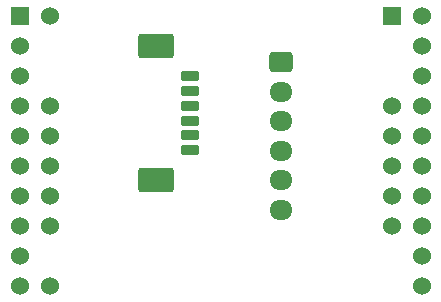
<source format=gbr>
%TF.GenerationSoftware,KiCad,Pcbnew,7.0.8*%
%TF.CreationDate,2024-04-03T00:29:43-07:00*%
%TF.ProjectId,PrintConnector - R1,5072696e-7443-46f6-9e6e-6563746f7220,rev?*%
%TF.SameCoordinates,Original*%
%TF.FileFunction,Soldermask,Top*%
%TF.FilePolarity,Negative*%
%FSLAX46Y46*%
G04 Gerber Fmt 4.6, Leading zero omitted, Abs format (unit mm)*
G04 Created by KiCad (PCBNEW 7.0.8) date 2024-04-03 00:29:43*
%MOMM*%
%LPD*%
G01*
G04 APERTURE LIST*
G04 Aperture macros list*
%AMRoundRect*
0 Rectangle with rounded corners*
0 $1 Rounding radius*
0 $2 $3 $4 $5 $6 $7 $8 $9 X,Y pos of 4 corners*
0 Add a 4 corners polygon primitive as box body*
4,1,4,$2,$3,$4,$5,$6,$7,$8,$9,$2,$3,0*
0 Add four circle primitives for the rounded corners*
1,1,$1+$1,$2,$3*
1,1,$1+$1,$4,$5*
1,1,$1+$1,$6,$7*
1,1,$1+$1,$8,$9*
0 Add four rect primitives between the rounded corners*
20,1,$1+$1,$2,$3,$4,$5,0*
20,1,$1+$1,$4,$5,$6,$7,0*
20,1,$1+$1,$6,$7,$8,$9,0*
20,1,$1+$1,$8,$9,$2,$3,0*%
G04 Aperture macros list end*
%ADD10R,1.524000X1.524000*%
%ADD11C,1.524000*%
%ADD12RoundRect,0.200000X-0.600000X0.200000X-0.600000X-0.200000X0.600000X-0.200000X0.600000X0.200000X0*%
%ADD13RoundRect,0.250001X-1.249999X0.799999X-1.249999X-0.799999X1.249999X-0.799999X1.249999X0.799999X0*%
%ADD14RoundRect,0.250000X-0.725000X0.600000X-0.725000X-0.600000X0.725000X-0.600000X0.725000X0.600000X0*%
%ADD15O,1.950000X1.700000*%
G04 APERTURE END LIST*
D10*
%TO.C,J1*%
X1270000Y24130000D03*
D11*
X1270000Y21590000D03*
X1270000Y19050000D03*
X1270000Y16510000D03*
X1270000Y13970000D03*
X1270000Y11430000D03*
X1270000Y8890000D03*
X1270000Y6350000D03*
X1270000Y3810000D03*
X1270000Y1270000D03*
X3810000Y24130000D03*
X3810000Y16510000D03*
X3810000Y13970000D03*
X3810000Y11430000D03*
X3810000Y8890000D03*
X3810000Y6350000D03*
X3810000Y1270000D03*
D10*
X32766000Y24130000D03*
D11*
X32766000Y16510000D03*
X32766000Y13970000D03*
X32766000Y11430000D03*
X32766000Y8890000D03*
X32766000Y6350000D03*
X35306000Y24130000D03*
X35306000Y21590000D03*
X35306000Y19050000D03*
X35306000Y16510000D03*
X35306000Y13970000D03*
X35306000Y11430000D03*
X35306000Y8890000D03*
X35306000Y6350000D03*
X35306000Y3810000D03*
X35306000Y1270000D03*
%TD*%
D12*
%TO.C,J3*%
X15735000Y19000000D03*
X15735000Y17750000D03*
X15735000Y16500000D03*
X15735000Y15250000D03*
X15735000Y14000000D03*
X15735000Y12750000D03*
D13*
X12835000Y21550000D03*
X12835000Y10200000D03*
%TD*%
D14*
%TO.C,J2*%
X23385000Y20220000D03*
D15*
X23385000Y17720000D03*
X23385000Y15220000D03*
X23385000Y12720000D03*
X23385000Y10220000D03*
X23385000Y7720000D03*
%TD*%
M02*

</source>
